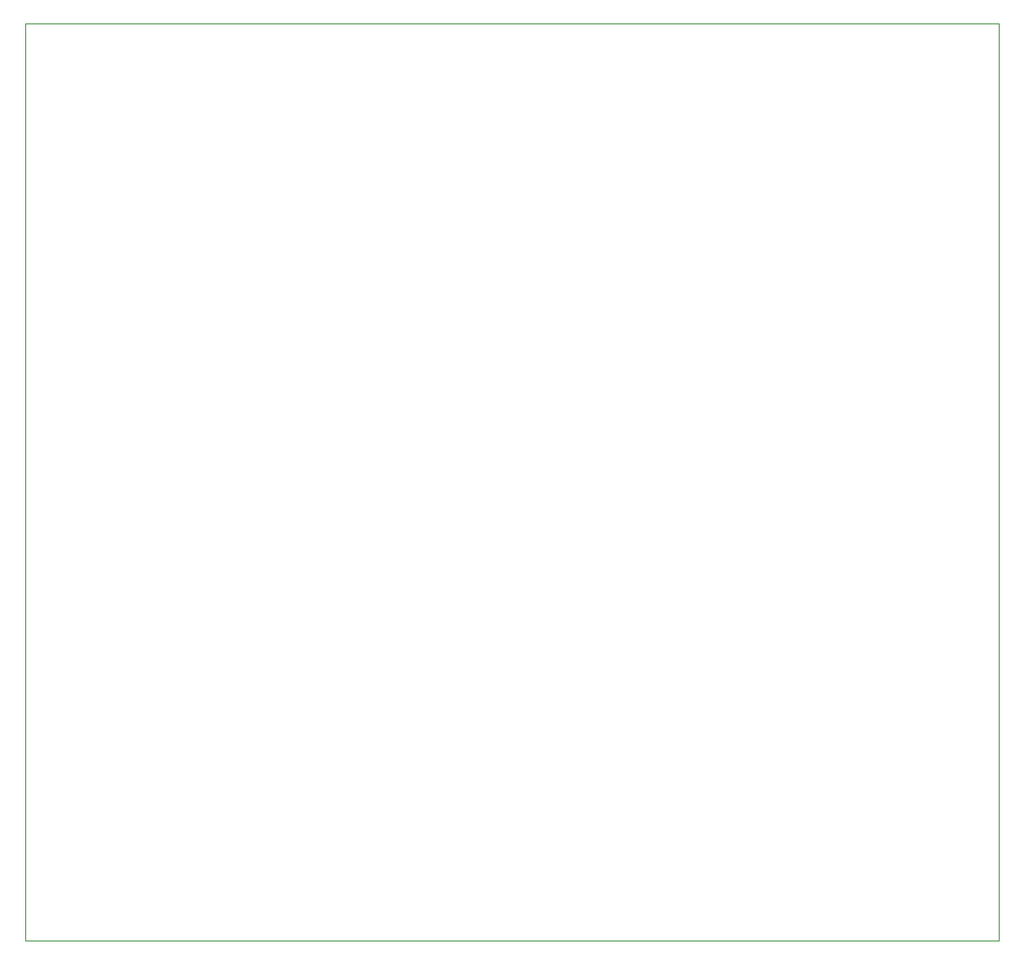
<source format=gko>
G04*
G04 #@! TF.GenerationSoftware,Altium Limited,Altium Designer,22.2.1 (43)*
G04*
G04 Layer_Color=16711935*
%FSLAX24Y24*%
%MOIN*%
G70*
G04*
G04 #@! TF.SameCoordinates,347B6F40-84C8-4AAD-98B2-BBB097A6B523*
G04*
G04*
G04 #@! TF.FilePolarity,Positive*
G04*
G01*
G75*
%ADD73C,0.0039*%
G54D73*
X0Y0D02*
X35984D01*
X35984Y33898D02*
X35984Y0D01*
X0D02*
Y33898D01*
X35984D01*
M02*

</source>
